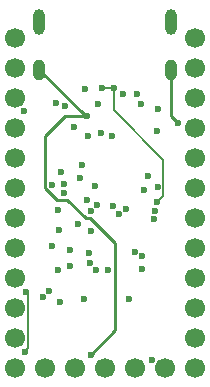
<source format=gbr>
%TF.GenerationSoftware,KiCad,Pcbnew,(6.0.1)*%
%TF.CreationDate,2022-06-23T12:55:07-04:00*%
%TF.ProjectId,stemcell,7374656d-6365-46c6-9c2e-6b696361645f,1.0.0*%
%TF.SameCoordinates,Original*%
%TF.FileFunction,Copper,L3,Inr*%
%TF.FilePolarity,Positive*%
%FSLAX46Y46*%
G04 Gerber Fmt 4.6, Leading zero omitted, Abs format (unit mm)*
G04 Created by KiCad (PCBNEW (6.0.1)) date 2022-06-23 12:55:07*
%MOMM*%
%LPD*%
G01*
G04 APERTURE LIST*
%TA.AperFunction,ComponentPad*%
%ADD10O,1.000000X1.800000*%
%TD*%
%TA.AperFunction,ComponentPad*%
%ADD11O,1.000000X2.200000*%
%TD*%
%TA.AperFunction,ComponentPad*%
%ADD12C,1.700000*%
%TD*%
%TA.AperFunction,ViaPad*%
%ADD13C,0.600000*%
%TD*%
%TA.AperFunction,Conductor*%
%ADD14C,0.254000*%
%TD*%
%TA.AperFunction,Conductor*%
%ADD15C,0.127000*%
%TD*%
G04 APERTURE END LIST*
D10*
%TO.N,GND*%
%TO.C,J1*%
X105689400Y-54472000D03*
X94539400Y-54472000D03*
D11*
X105689400Y-50472000D03*
X94539400Y-50472000D03*
%TD*%
D12*
%TO.N,/PC13*%
%TO.C,J4*%
X105181400Y-79705200D03*
%TO.N,/PC14*%
X102641400Y-79705200D03*
%TO.N,/PC15*%
X100101400Y-79705200D03*
%TO.N,/PA0*%
X97561400Y-79705200D03*
%TO.N,/PA1*%
X95021400Y-79705200D03*
%TD*%
%TO.N,/TX0*%
%TO.C,J2*%
X92481400Y-79705200D03*
%TO.N,/RX0*%
X92481400Y-77165200D03*
%TO.N,GND*%
X92481400Y-74625200D03*
X92481400Y-72085200D03*
%TO.N,/SDA*%
X92481400Y-69545200D03*
%TO.N,/SCL*%
X92481400Y-67005200D03*
%TO.N,/PA15*%
X92481400Y-64465200D03*
%TO.N,/PB3*%
X92481400Y-61925200D03*
%TO.N,/PB4*%
X92481400Y-59385200D03*
%TO.N,/PB5*%
X92481400Y-56845200D03*
%TO.N,/PB8*%
X92481400Y-54305200D03*
%TO.N,/PB9*%
X92481400Y-51765200D03*
%TD*%
%TO.N,VBUS*%
%TO.C,J3*%
X107721400Y-51765200D03*
%TO.N,GND*%
X107721400Y-54305200D03*
%TO.N,/NRST*%
X107721400Y-56845200D03*
%TO.N,VDD*%
X107721400Y-59385200D03*
%TO.N,/PB10*%
X107721400Y-61925200D03*
%TO.N,/PB2*%
X107721400Y-64465200D03*
%TO.N,/PB1*%
X107721400Y-67005200D03*
%TO.N,/PB0*%
X107721400Y-69545200D03*
%TO.N,/PA7*%
X107721400Y-72085200D03*
%TO.N,/PA6*%
X107721400Y-74625200D03*
%TO.N,/PA5*%
X107721400Y-77165200D03*
%TO.N,/PA4*%
X107721400Y-79705200D03*
%TD*%
D13*
%TO.N,VBUS*%
X103158166Y-57382671D03*
%TO.N,GND*%
X96189800Y-68072000D03*
X98882200Y-78587600D03*
X106273600Y-59004200D03*
X98532326Y-58410149D03*
X97146435Y-71097161D03*
%TO.N,VDD*%
X103415448Y-64668548D03*
X104492952Y-59689606D03*
%TO.N,/NRST*%
X96140600Y-66315000D03*
%TO.N,/CC1*%
X102846711Y-56500723D03*
X101593700Y-56488100D03*
%TO.N,/CC2*%
X98396359Y-56093884D03*
X95984097Y-57278000D03*
%TO.N,/TX0*%
X96372400Y-63135600D03*
%TO.N,/RX0*%
X97983900Y-63626400D03*
%TO.N,/HSE_IN*%
X96304700Y-74142200D03*
X97105700Y-69739100D03*
%TO.N,/PA2*%
X101279900Y-66683800D03*
X95621537Y-69363016D03*
X94821728Y-73755999D03*
%TO.N,/PB7*%
X98604500Y-65539800D03*
X97774700Y-67529500D03*
%TO.N,/PB6*%
X99255600Y-64348900D03*
X101884400Y-66258800D03*
%TO.N,/PA3*%
X96141320Y-71424800D03*
X100805000Y-66045700D03*
%TO.N,/PA9*%
X93218000Y-57955634D03*
X97458306Y-59283080D03*
X104311800Y-66403500D03*
%TO.N,/BOOT0*%
X98939000Y-68139700D03*
X104102234Y-79023397D03*
%TO.N,/PB9*%
X98676207Y-60110137D03*
%TO.N,/PB8*%
X98131100Y-62523300D03*
%TO.N,/PA15*%
X98889200Y-66438100D03*
%TO.N,/PB5*%
X99745800Y-59842400D03*
%TO.N,/PB4*%
X100713197Y-60097303D03*
%TO.N,/PB3*%
X99397800Y-65915900D03*
%TO.N,/PA7*%
X99337900Y-71396600D03*
%TO.N,/PA6*%
X98814500Y-70872800D03*
%TO.N,/PA5*%
X98337900Y-73889700D03*
%TO.N,/PA4*%
X98780600Y-70002400D03*
%TO.N,/PB10*%
X102140900Y-73886800D03*
%TO.N,/PB2*%
X102636100Y-69889900D03*
%TO.N,/PB1*%
X103272200Y-70282600D03*
%TO.N,/PB0*%
X100315800Y-71454400D03*
%TO.N,/PC15*%
X96631900Y-64878900D03*
%TO.N,/PC14*%
X95619200Y-64245400D03*
%TO.N,/PC13*%
X96667600Y-64131100D03*
%TO.N,/PA0*%
X95340900Y-73247800D03*
%TO.N,/PA1*%
X93443501Y-73312757D03*
X93304589Y-78351809D03*
%TO.N,/PA8*%
X96729084Y-57547689D03*
X104224900Y-67139800D03*
%TO.N,/VCAP1*%
X103217700Y-71385100D03*
X103710438Y-63430456D03*
%TO.N,/USB_DP*%
X99522191Y-57410304D03*
X104551500Y-64444300D03*
%TO.N,/USB_DN*%
X104516215Y-65706350D03*
X99864401Y-56015728D03*
X100864400Y-56015728D03*
%TO.N,/TX_PULLUP*%
X104554554Y-57832901D03*
%TD*%
D14*
%TO.N,GND*%
X98477549Y-58410149D02*
X94539400Y-54472000D01*
X98450610Y-67064611D02*
X96891410Y-65505411D01*
X95993190Y-65505411D02*
X94992689Y-64504910D01*
X96707651Y-58410149D02*
X98532326Y-58410149D01*
X100942311Y-69166911D02*
X98840011Y-67064611D01*
X105689400Y-58420000D02*
X105689400Y-54472000D01*
X98882200Y-78587600D02*
X100942311Y-76527489D01*
X96891410Y-65505411D02*
X95993190Y-65505411D01*
X100942311Y-76527489D02*
X100942311Y-69166911D01*
X106273600Y-59004200D02*
X105689400Y-58420000D01*
X94992689Y-60125111D02*
X96707651Y-58410149D01*
X98840011Y-67064611D02*
X98450610Y-67064611D01*
X98532326Y-58410149D02*
X98477549Y-58410149D01*
X94992689Y-64504910D02*
X94992689Y-60125111D01*
D15*
%TO.N,/PA1*%
X93443501Y-73312757D02*
X93594411Y-73463667D01*
X93594411Y-73463667D02*
X93594411Y-78061987D01*
X93594411Y-78061987D02*
X93304589Y-78351809D01*
%TO.N,/USB_DN*%
X100864400Y-56015728D02*
X99864401Y-56015728D01*
X105041511Y-62090111D02*
X105041511Y-65181054D01*
X105041511Y-65181054D02*
X104516215Y-65706350D01*
X100864400Y-56015728D02*
X100864400Y-57913000D01*
X100864400Y-57913000D02*
X105041511Y-62090111D01*
%TD*%
M02*

</source>
